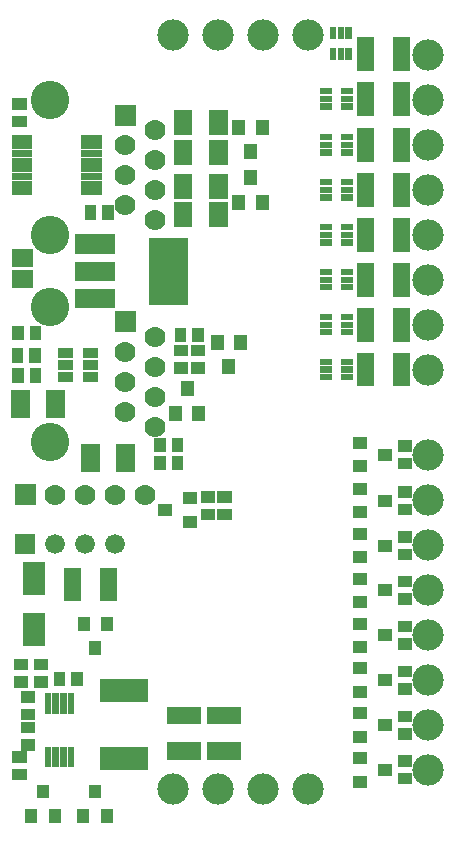
<source format=gbr>
G04 start of page 7 for group -4062 idx -4062 *
G04 Title: (unknown), soldermask *
G04 Creator: pcb 1.99z *
G04 CreationDate: Wed 16 Feb 2011 18:30:27 GMT UTC *
G04 For: rbarlow *
G04 Format: Gerber/RS-274X *
G04 PCB-Dimensions: 157480 283465 *
G04 PCB-Coordinate-Origin: lower left *
%MOIN*%
%FSLAX25Y25*%
%LNBACKMASK*%
%ADD11C,0.0200*%
%ADD25R,0.0340X0.0340*%
%ADD33C,0.1280*%
%ADD47C,0.1043*%
%ADD48C,0.0660*%
%ADD49C,0.0700*%
%ADD51R,0.0382X0.0382*%
%ADD52R,0.0440X0.0440*%
%ADD54R,0.0660X0.0660*%
%ADD55R,0.0400X0.0400*%
%ADD59R,0.0630X0.0630*%
%ADD60R,0.0749X0.0749*%
%ADD61R,0.0612X0.0612*%
%ADD62R,0.1320X0.1320*%
%ADD63R,0.0230X0.0230*%
%ADD64R,0.0210X0.0210*%
%ADD65R,0.0572X0.0572*%
%ADD66R,0.0768X0.0768*%
G54D47*X141339Y127362D03*
Y155868D03*
Y170868D03*
G54D11*G36*
X3708Y100938D02*Y94338D01*
X10308D01*
Y100938D01*
X3708D01*
G37*
G54D48*X17008Y97638D03*
G54D11*G36*
X3509Y117674D02*Y110674D01*
X10509D01*
Y117674D01*
X3509D01*
G37*
G54D33*X15354Y131773D03*
G54D48*X27008Y97638D03*
X37008D03*
G54D49*X17009Y114174D03*
X27009D03*
X37009D03*
X47009D03*
X50354Y136773D03*
Y146773D03*
X40354Y141773D03*
Y161773D03*
Y151773D03*
G54D11*G36*
X36854Y175273D02*Y168273D01*
X43854D01*
Y175273D01*
X36854D01*
G37*
G54D49*X50354Y156773D03*
Y166773D03*
G54D33*X15354Y176773D03*
G54D47*X141339Y67362D03*
Y82362D03*
Y97362D03*
Y112362D03*
Y22362D03*
Y37362D03*
Y52362D03*
X56261Y16145D03*
X71261D03*
X86261D03*
X101261D03*
X101220Y267323D03*
X86220D03*
X71220D03*
X56220D03*
X141339Y260868D03*
Y185868D03*
Y200868D03*
Y215868D03*
Y230868D03*
Y245868D03*
G54D49*X50354Y205670D03*
X40354Y210670D03*
X50354Y225670D03*
X40354Y230670D03*
Y220670D03*
X50354Y215670D03*
G54D11*G36*
X36854Y244170D02*Y237170D01*
X43854D01*
Y244170D01*
X36854D01*
G37*
G54D49*X50354Y235670D03*
G54D33*X15354Y245670D03*
Y200670D03*
G54D59*X40340Y127979D02*Y124779D01*
G54D51*X57802Y125288D02*Y124320D01*
X51968Y125288D02*Y124320D01*
G54D55*X53286Y109153D02*X53886D01*
X61486Y113053D02*X62086D01*
X61486Y105253D02*X62086D01*
G54D51*X57802Y131194D02*Y130226D01*
X51968Y131194D02*Y130226D01*
G54D60*X9843Y87993D02*Y84450D01*
G54D54*X27024Y179584D02*X33624D01*
G54D61*X5709Y186024D02*X6495D01*
G54D54*X27024Y188584D02*X33624D01*
X27024Y197684D02*X33624D01*
G54D62*X54724Y193084D02*Y184084D01*
G54D25*X27954Y161313D02*X29554D01*
X27954Y157413D02*X29554D01*
X27954Y153513D02*X29554D01*
X19754Y157413D02*X21354D01*
X19754Y161313D02*X21354D01*
G54D59*X28740Y127979D02*Y124779D01*
G54D25*X19754Y153513D02*X21354D01*
G54D59*X16929Y146089D02*Y142889D01*
X5329Y146089D02*Y142889D01*
G54D51*X10164Y161115D02*Y160147D01*
X10397Y154422D02*Y153454D01*
X10398Y168595D02*Y167627D01*
X4330Y161115D02*Y160147D01*
X4563Y154422D02*Y153454D01*
X4564Y168595D02*Y167627D01*
G54D61*X5709Y193110D02*X6495D01*
G54D63*X3602Y215161D02*X8208D01*
X3602Y217720D02*X8208D01*
X3602Y220279D02*X8208D01*
X3602Y222838D02*X8208D01*
X3602Y225396D02*X8208D01*
G54D51*X4633Y244418D02*X5601D01*
X4633Y238584D02*X5601D01*
G54D63*X3602Y227955D02*X8208D01*
X26830D02*X31436D01*
X3602Y230514D02*X8208D01*
X3602Y233073D02*X8208D01*
X26830D02*X31436D01*
X26830Y230514D02*X31436D01*
X26830Y225396D02*X31436D01*
X26830Y222838D02*X31436D01*
X26830Y220279D02*X31436D01*
X26830Y217720D02*X31436D01*
X26830Y215161D02*X31436D01*
G54D51*X34573Y208753D02*Y207785D01*
X28739Y208753D02*Y207785D01*
G54D52*X64844Y141596D02*Y140996D01*
X57044Y141596D02*Y140996D01*
X60944Y149796D02*Y149196D01*
G54D51*X64083Y156372D02*X65051D01*
X64083Y162206D02*X65051D01*
X58661Y167808D02*Y166840D01*
X64495Y167808D02*Y166840D01*
X58375Y156372D02*X59343D01*
X58375Y162206D02*X59343D01*
G54D61*X59645Y229529D02*Y227167D01*
Y208859D02*Y206497D01*
Y218110D02*Y215748D01*
Y239371D02*Y237009D01*
G54D52*X78186Y237044D02*Y236444D01*
X85986Y237044D02*Y236444D01*
X82086Y228844D02*Y228244D01*
X85986Y211983D02*Y211383D01*
X78186Y211983D02*Y211383D01*
G54D61*X71455Y218110D02*Y215748D01*
G54D52*X82086Y220183D02*Y219583D01*
G54D61*X71455Y229529D02*Y227167D01*
Y239371D02*Y237009D01*
G54D64*X106173Y243563D02*X108173D01*
X106173Y246063D02*X108173D01*
X106173Y248663D02*X108173D01*
X109603Y269109D02*Y267109D01*
Y262109D02*Y260109D01*
X112203Y269109D02*Y267109D01*
Y262109D02*Y260109D01*
X114703Y269109D02*Y267109D01*
Y262109D02*Y260109D01*
G54D65*X120473Y263779D02*Y258269D01*
X132283Y263779D02*Y258269D01*
Y248818D02*Y243308D01*
Y233464D02*Y227954D01*
X120473Y218503D02*Y212993D01*
X132283Y218503D02*Y212993D01*
G54D64*X113173Y248663D02*X115173D01*
X113173Y246063D02*X115173D01*
X113173Y243563D02*X115173D01*
G54D65*X120473Y248818D02*Y243308D01*
G54D64*X113173Y233309D02*X115173D01*
X113173Y230709D02*X115173D01*
X113173Y228209D02*X115173D01*
X106173D02*X108173D01*
X106173Y230709D02*X108173D01*
X106173Y233309D02*X108173D01*
G54D65*X120473Y233464D02*Y227954D01*
G54D55*X118272Y18541D02*X118872D01*
G54D65*X70474Y28741D02*X75984D01*
G54D55*X118272Y33502D02*X118872D01*
X118272Y26341D02*X118872D01*
X126472Y37402D02*X127072D01*
X126472Y22441D02*X127072D01*
G54D51*X132981Y25358D02*X133949D01*
X132981Y19524D02*X133949D01*
X132981Y40319D02*X133949D01*
X132981Y34485D02*X133949D01*
G54D55*X118272Y41302D02*X118872D01*
X118272Y48463D02*X118872D01*
G54D60*X9843Y71064D02*Y67521D01*
G54D55*X26415Y71491D02*Y70891D01*
X34215Y71491D02*Y70891D01*
X30315Y63291D02*Y62691D01*
G54D65*X70474Y40551D02*X75984D01*
X57088D02*X62598D01*
G54D51*X4634Y20867D02*X5602D01*
X7390Y30709D02*X8358D01*
X7390Y36543D02*X8358D01*
G54D66*X35631Y26378D02*X43899D01*
G54D63*X22244Y29077D02*Y24471D01*
X19685Y29077D02*Y24471D01*
X17127Y29077D02*Y24471D01*
X14568Y29077D02*Y24471D01*
G54D51*X7390Y40945D02*X8358D01*
G54D65*X57088Y28741D02*X62598D01*
G54D51*X4634Y26701D02*X5602D01*
G54D55*X16855Y7387D02*Y6787D01*
X9055Y7387D02*Y6787D01*
X12955Y15587D02*Y14987D01*
X34178Y7387D02*Y6787D01*
X30278Y15587D02*Y14987D01*
X26378Y7387D02*Y6787D01*
G54D66*X35631Y48818D02*X43899D01*
G54D65*X34646Y87007D02*Y81497D01*
X22836Y87007D02*Y81497D01*
G54D51*X7390Y46779D02*X8358D01*
G54D63*X14568Y46793D02*Y42187D01*
X17127Y46793D02*Y42187D01*
X19685Y46793D02*Y42187D01*
X22244Y46793D02*Y42187D01*
G54D51*X18343Y53240D02*Y52272D01*
X24177Y53240D02*Y52272D01*
X5028Y51808D02*X5996D01*
X11721D02*X12689D01*
X5028Y57642D02*X5996D01*
X11721D02*X12689D01*
G54D65*X120473Y203543D02*Y198033D01*
X132283Y203543D02*Y198033D01*
X120473Y188582D02*Y183072D01*
X132283Y188582D02*Y183072D01*
G54D64*X113173Y218348D02*X115173D01*
X113173Y215748D02*X115173D01*
X113173Y213248D02*X115173D01*
X106173D02*X108173D01*
X106173Y215748D02*X108173D01*
X106173Y218348D02*X108173D01*
X113173Y203388D02*X115173D01*
X113173Y200788D02*X115173D01*
X106173Y198288D02*X108173D01*
X106173Y200788D02*X108173D01*
X106173Y203388D02*X108173D01*
X113173Y183327D02*X115173D01*
X113173Y173467D02*X115173D01*
X113173Y170867D02*X115173D01*
X113173Y168367D02*X115173D01*
X113173Y158506D02*X115173D01*
X113173Y155906D02*X115173D01*
X113173Y153406D02*X115173D01*
G54D65*X120473Y158661D02*Y153151D01*
X132283Y158661D02*Y153151D01*
X120473Y173622D02*Y168112D01*
X132283Y173622D02*Y168112D01*
G54D64*X113173Y198288D02*X115173D01*
X113173Y188427D02*X115173D01*
X113173Y185827D02*X115173D01*
X106173Y183327D02*X108173D01*
X106173Y185827D02*X108173D01*
X106173Y188427D02*X108173D01*
G54D61*X71455Y208859D02*Y206497D01*
G54D64*X106173Y168367D02*X108173D01*
X106173Y170867D02*X108173D01*
X106173Y173467D02*X108173D01*
X106173Y153406D02*X108173D01*
X106173Y155906D02*X108173D01*
X106173Y158506D02*X108173D01*
G54D52*X70939Y165262D02*Y164662D01*
X78739Y165262D02*Y164662D01*
X74839Y157062D02*Y156462D01*
G54D51*X132981Y85201D02*X133949D01*
X132981Y100162D02*X133949D01*
X132981Y94328D02*X133949D01*
G54D55*X126472Y97245D02*X127072D01*
X118272Y86184D02*X118872D01*
X118272Y93345D02*X118872D01*
G54D51*X132981Y79367D02*X133949D01*
X67429Y113387D02*X68397D01*
X67429Y107553D02*X68397D01*
X72941Y113387D02*X73909D01*
X72941Y107553D02*X73909D01*
X132981Y130476D02*X133949D01*
X132981Y124642D02*X133949D01*
G54D55*X118272Y101145D02*X118872D01*
X118272Y108305D02*X118872D01*
G54D51*X132981Y115122D02*X133949D01*
X132981Y109288D02*X133949D01*
G54D55*X126472Y112205D02*X127072D01*
X118272Y116105D02*X118872D01*
X118272Y123659D02*X118872D01*
X118272Y131459D02*X118872D01*
X126472Y127559D02*X127072D01*
G54D51*X132981Y55280D02*X133949D01*
X132981Y49446D02*X133949D01*
G54D55*X126472Y82284D02*X127072D01*
X118272Y63423D02*X118872D01*
X118272Y56263D02*X118872D01*
G54D51*X132981Y70240D02*X133949D01*
X132981Y64406D02*X133949D01*
G54D55*X126472Y67323D02*X127072D01*
X118272Y78384D02*X118872D01*
X118272Y71223D02*X118872D01*
X126472Y52363D02*X127072D01*
M02*

</source>
